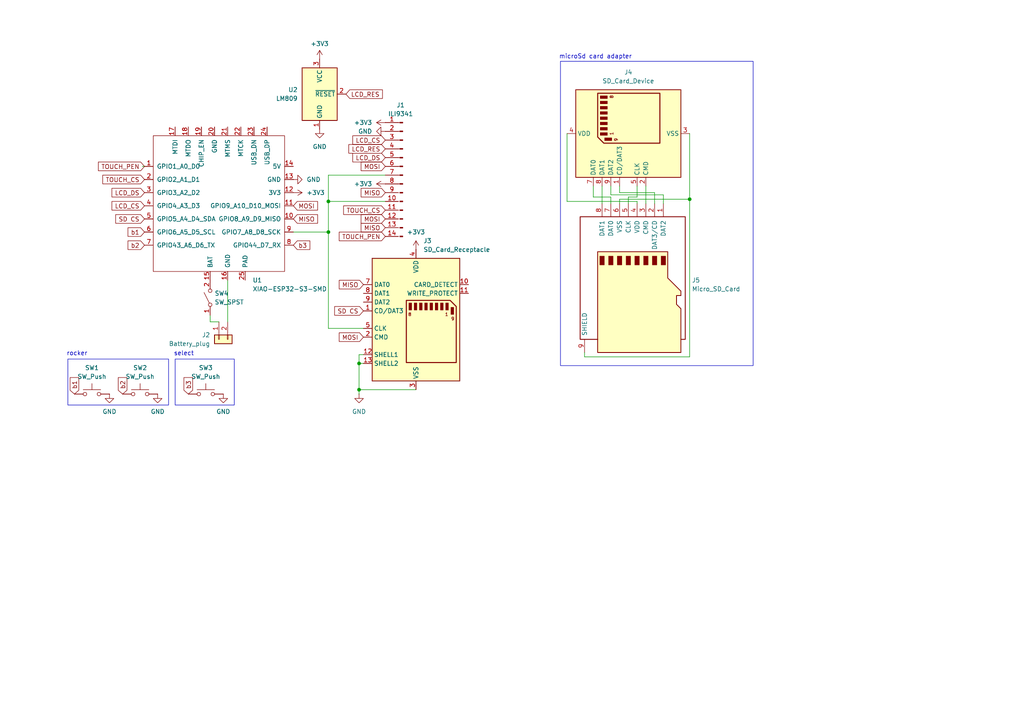
<source format=kicad_sch>
(kicad_sch (version 20250114) (generator "eeschema") (generator_version "9.0")
  (paper "A4")
  (lib_symbols
    (symbol "Connector:Conn_01x08_Pin" (pin_names (offset 1.016) (hide yes))
      (property "Reference" "J1" (at 0.635 12.7 0))
      (property "Value" "ILI9341" (at 0.635 10.16 0))
      (symbol "Conn_01x08_Pin_1_1"
        (rectangle (start 0 -10.033) (end 0.8636 -10.287) (stroke (width 0.1524)) (fill (type outline)))
        (rectangle (start 0 -12.573) (end 0.8636 -12.827) (stroke (width 0.1524)) (fill (type outline)))
        (rectangle (start 0 -15.113) (end 0.8636 -15.367) (stroke (width 0.1524)) (fill (type outline)))
        (rectangle (start 0 -17.653) (end 0.8636 -17.907) (stroke (width 0.1524)) (fill (type outline)))
        (rectangle (start 0 -20.193) (end 0.8636 -20.447) (stroke (width 0.1524)) (fill (type outline)))
        (rectangle (start 0 -22.733) (end 0.8636 -22.987) (stroke (width 0.1524)) (fill (type outline)))
        (rectangle (start 0 -25.273) (end 0.8636 -25.527) (stroke (width 0.1524)) (fill (type outline)))
        (rectangle (start 0.8636 7.747) (end 0 7.493) (stroke (width 0.1524)) (fill (type outline)))
        (rectangle (start 0.8636 5.207) (end 0 4.953) (stroke (width 0.1524)) (fill (type outline)))
        (rectangle (start 0.8636 2.667) (end 0 2.413) (stroke (width 0.1524)) (fill (type outline)))
        (rectangle (start 0.8636 0.127) (end 0 -0.127) (stroke (width 0.1524)) (fill (type outline)))
        (rectangle (start 0.8636 -2.413) (end 0 -2.667) (stroke (width 0.1524)) (fill (type outline)))
        (rectangle (start 0.8636 -4.953) (end 0 -5.207) (stroke (width 0.1524)) (fill (type outline)))
        (rectangle (start 0.8636 -7.493) (end 0 -7.747) (stroke (width 0.1524)) (fill (type outline)))
        (polyline (pts (xy 1.27 7.62) (xy 0.8636 7.62)) (stroke (width 0.1524)))
        (polyline (pts (xy 1.27 5.08) (xy 0.8636 5.08)) (stroke (width 0.1524)))
        (polyline (pts (xy 1.27 2.54) (xy 0.8636 2.54)) (stroke (width 0.1524)))
        (polyline (pts (xy 1.27 0) (xy 0.8636 0)) (stroke (width 0.1524)))
        (polyline (pts (xy 1.27 -2.54) (xy 0.8636 -2.54)) (stroke (width 0.1524)))
        (polyline (pts (xy 1.27 -5.08) (xy 0.8636 -5.08)) (stroke (width 0.1524)))
        (polyline (pts (xy 1.27 -7.62) (xy 0.8636 -7.62)) (stroke (width 0.1524)))
        (polyline (pts (xy 1.27 -10.16) (xy 0.8636 -10.16)) (stroke (width 0.1524)))
        (pin passive line (at 5.08 7.62 180) (length 3.81) (name "VCC") (number "1"))
        (pin power_in line (at 5.08 5.08 180) (length 3.81) (name "GND") (number "2"))
        (pin passive line (at 5.08 2.54 180) (length 3.81) (name "CS") (number "3"))
        (pin passive line (at 5.08 0 180) (length 3.81) (name "RESET") (number "4"))
        (pin passive line (at 5.08 -2.54 180) (length 3.81) (name "DC/RS") (number "5"))
        (pin passive line (at 5.08 -5.08 180) (length 3.81) (name "MOSI") (number "6"))
        (pin passive line (at 5.08 -7.62 180) (length 3.81) (name "SCK") (number "7"))
        (pin passive line (at 5.08 -10.16 180) (length 3.81) (name "LED") (number "8"))
        (pin passive line (at 5.08 -12.7 180) (length 3.81) (name "MISO") (number "9"))
        (pin passive line (at 5.08 -15.24 180) (length 3.81) (name "CLK") (number "10"))
        (pin passive line (at 5.08 -17.78 180) (length 3.81) (name "T_CS") (number "11"))
        (pin passive line (at 5.08 -20.32 180) (length 3.81) (name "T_DIN") (number "12"))
        (pin passive line (at 5.08 -22.86 180) (length 3.81) (name "T_DO") (number "13"))
        (pin passive line (at 5.08 -25.4 180) (length 3.81) (name "T_IRQ") (number "14"))
      )
    )
    (symbol "Connector:Micro_SD_Card" (pin_names (offset 1.016))
      (property "Reference" "J" (at -16.51 15.24 0))
      (property "Value" "Micro_SD_Card" (at 16.51 15.24 0))
      (symbol "Micro_SD_Card_0_1"
        (polyline (pts (xy -8.89 -11.43) (xy -8.89 8.89) (xy -1.27 8.89) (xy 2.54 12.7) (xy 3.81 12.7) (xy 3.81 11.43) (xy 6.35 11.43) (xy 7.62 12.7) (xy 20.32 12.7) (xy 20.32 -11.43) (xy -8.89 -11.43)) (stroke (width 0.254)) (fill (type background)))
        (rectangle (start -7.62 8.255) (end -5.08 6.985) (fill (type outline)))
        (rectangle (start -7.62 5.715) (end -5.08 4.445) (fill (type outline)))
        (rectangle (start -7.62 3.175) (end -5.08 1.905) (fill (type outline)))
        (rectangle (start -7.62 0.635) (end -5.08 -0.635) (fill (type outline)))
        (rectangle (start -7.62 -1.905) (end -5.08 -3.175) (fill (type outline)))
        (rectangle (start -7.62 -4.445) (end -5.08 -5.715) (fill (type outline)))
        (rectangle (start -7.62 -6.985) (end -5.08 -8.255) (fill (type outline)))
        (rectangle (start -7.62 -9.525) (end -5.08 -10.795) (fill (type outline)))
        (polyline (pts (xy 16.51 12.7) (xy 16.51 13.97) (xy -19.05 13.97) (xy -19.05 -16.51) (xy 16.51 -16.51) (xy 16.51 -11.43)) (stroke (width 0.254)))
      )
      (symbol "Micro_SD_Card_1_1"
        (pin bidirectional line (at -22.86 7.62 0) (length 3.81) (name "DAT2") (number "1"))
        (pin bidirectional line (at -22.86 5.08 0) (length 3.81) (name "DAT3/CD") (number "2"))
        (pin input line (at -22.86 2.54 0) (length 3.81) (name "CMD") (number "3"))
        (pin power_in line (at -22.86 0 0) (length 3.81) (name "VDD") (number "4"))
        (pin input line (at -22.86 -2.54 0) (length 3.81) (name "CLK") (number "5"))
        (pin power_in line (at -22.86 -5.08 0) (length 3.81) (name "VSS") (number "6"))
        (pin bidirectional line (at -22.86 -7.62 0) (length 3.81) (name "DAT0") (number "7"))
        (pin bidirectional line (at -22.86 -10.16 0) (length 3.81) (name "DAT1") (number "8"))
        (pin passive line (at 20.32 -15.24 180) (length 3.81) (name "SHIELD") (number "9"))
      )
    )
    (symbol "Connector:SD_Card_Device"
      (property "Reference" "J" (at -11.938 17.018 0))
      (property "Value" "SD_Card_Device" (at 9.144 -17.272 0))
      (symbol "SD_Card_Device_0_1"
        (rectangle (start -2.032 6.858) (end -1.27 4.826) (fill (type outline)))
        (rectangle (start -0.508 8.128) (end 0.254 6.096) (fill (type outline)))
        (rectangle (start 1.016 8.128) (end 1.778 6.096) (fill (type outline)))
        (rectangle (start 2.54 8.128) (end 3.302 6.096) (fill (type outline)))
        (rectangle (start 4.064 8.128) (end 4.826 6.096) (fill (type outline)))
        (rectangle (start 5.588 8.128) (end 6.35 6.096) (fill (type outline)))
        (rectangle (start 7.112 8.128) (end 7.874 6.096) (fill (type outline)))
        (rectangle (start 8.636 8.128) (end 9.398 6.096) (fill (type outline)))
        (rectangle (start 10.16 8.128) (end 10.922 6.096) (fill (type outline)))
      )
      (symbol "SD_Card_Device_1_1"
        (rectangle (start -12.7 15.24) (end 12.7 -15.24) (stroke (width 0.254)) (fill (type background)))
        (polyline (pts (xy -1.016 8.89) (xy 11.684 8.89) (xy 11.684 -9.144) (xy -2.794 -9.144) (xy -2.794 7.112) (xy -1.016 8.89)) (stroke (width 0.3)))
        (text "9" (at -1.778 3.556 0) (effects (font (size 0.9 0.9))))
        (text "1" (at 0 4.826 0) (effects (font (size 0.9 0.9))))
        (text "8" (at 10.668 4.826 0) (effects (font (size 0.9 0.9))))
        (pin bidirectional line (at -15.24 10.16 0) (length 2.54) (name "DAT0") (number "7"))
        (pin bidirectional line (at -15.24 7.62 0) (length 2.54) (name "DAT1") (number "8"))
        (pin bidirectional line (at -15.24 5.08 0) (length 2.54) (name "DAT2") (number "9"))
        (pin bidirectional line (at -15.24 2.54 0) (length 2.54) (name "CD/DAT3") (number "1"))
        (pin input line (at -15.24 -2.54 0) (length 2.54) (name "CLK") (number "5"))
        (pin bidirectional line (at -15.24 -5.08 0) (length 2.54) (name "CMD") (number "2"))
        (pin power_in line (at 0 17.78 270) (length 2.54) (name "VDD") (number "4"))
        (pin power_in line (at 0 -17.78 90) (length 2.54) (name "VSS") (number "3"))
        (pin passive line (at 0 -17.78 90) (length 2.54) (hide yes) (name "VSS") (number "6"))
      )
    )
    (symbol "Connector:SD_Card_Receptacle"
      (property "Reference" "J" (at -11.938 19.304 0))
      (property "Value" "SD_Card_Receptacle" (at 10.922 -19.558 0))
      (symbol "SD_Card_Receptacle_0_1"
        (rectangle (start -2.032 2.794) (end -1.27 4.826) (fill (type outline)))
        (rectangle (start -0.508 2.794) (end 0.254 4.826) (fill (type outline)))
        (rectangle (start 1.016 2.794) (end 1.778 4.826) (fill (type outline)))
        (rectangle (start 2.54 2.794) (end 3.302 4.826) (fill (type outline)))
        (rectangle (start 4.064 2.794) (end 4.826 4.826) (fill (type outline)))
        (rectangle (start 5.588 2.794) (end 6.35 4.826) (fill (type outline)))
        (rectangle (start 7.112 2.794) (end 7.874 4.826) (fill (type outline)))
        (rectangle (start 8.636 2.794) (end 9.398 4.826) (fill (type outline)))
        (rectangle (start 10.16 1.524) (end 10.922 3.556) (fill (type outline)))
      )
      (symbol "SD_Card_Receptacle_1_1"
        (rectangle (start -12.7 17.78) (end 12.7 -17.78) (stroke (width 0.254)) (fill (type background)))
        (polyline (pts (xy 9.906 5.588) (xy -2.794 5.588) (xy -2.794 -12.446) (xy 11.684 -12.446) (xy 11.684 3.81) (xy 9.906 5.588)) (stroke (width 0.3)))
        (text "8" (at -1.778 1.524 0) (effects (font (size 0.9 0.9))))
        (text "1" (at 8.89 1.524 0) (effects (font (size 0.9 0.9))))
        (text "9" (at 10.668 0.254 0) (effects (font (size 0.9 0.9))))
        (pin bidirectional line (at -15.24 10.16 0) (length 2.54) (name "DAT0") (number "7"))
        (pin bidirectional line (at -15.24 7.62 0) (length 2.54) (name "DAT1") (number "8"))
        (pin bidirectional line (at -15.24 5.08 0) (length 2.54) (name "DAT2") (number "9"))
        (pin bidirectional line (at -15.24 2.54 0) (length 2.54) (name "CD/DAT3") (number "1"))
        (pin input line (at -15.24 -2.54 0) (length 2.54) (name "CLK") (number "5"))
        (pin bidirectional line (at -15.24 -5.08 0) (length 2.54) (name "CMD") (number "2"))
        (pin passive line (at -15.24 -10.16 0) (length 2.54) (name "SHELL1") (number "12"))
        (pin passive line (at -15.24 -12.7 0) (length 2.54) (name "SHELL2") (number "13"))
        (pin power_in line (at 0 20.32 270) (length 2.54) (name "VDD") (number "4"))
        (pin power_in line (at 0 -20.32 90) (length 2.54) (name "VSS") (number "3"))
        (pin passive line (at 0 -20.32 90) (length 2.54) (hide yes) (name "VSS") (number "6"))
        (pin output line (at 15.24 10.16 180) (length 2.54) (name "CARD_DETECT") (number "10"))
        (pin output line (at 15.24 7.62 180) (length 2.54) (name "WRITE_PROTECT") (number "11"))
      )
    )
    (symbol "Connector_Generic:Conn_01x02" (pin_names (offset 1.016) (hide yes))
      (property "Reference" "J" (at 0 2.54 0))
      (property "Value" "Conn_01x02" (at 0 -5.08 0))
      (symbol "Conn_01x02_1_1"
        (rectangle (start -1.27 1.27) (end 1.27 -3.81) (stroke (width 0.254)) (fill (type background)))
        (rectangle (start -1.27 0.127) (end 0 -0.127) (stroke (width 0.1524)))
        (rectangle (start -1.27 -2.413) (end 0 -2.667) (stroke (width 0.1524)))
        (pin passive line (at -5.08 0 0) (length 3.81) (name "Pin_1") (number "1"))
        (pin passive line (at -5.08 -2.54 0) (length 3.81) (name "Pin_2") (number "2"))
      )
    )
    (symbol "Power_Supervisor:LM809"
      (property "Reference" "U" (at 2.54 12.7 0))
      (property "Value" "LM809" (at 5.08 10.16 0))
      (symbol "LM809_0_1"
        (rectangle (start 5.08 7.62) (end -5.08 -7.62) (stroke (width 0.254)) (fill (type background)))
      )
      (symbol "LM809_1_1"
        (pin power_in line (at 0 10.16 270) (length 2.54) (name "VCC") (number "3"))
        (pin power_in line (at 0 -10.16 90) (length 2.54) (name "GND") (number "1"))
        (pin output line (at 7.62 0 180) (length 2.54) (name "~{RESET}") (number "2"))
      )
    )
    (symbol "Seeed_Studio_XIAO_Series:XIAO-ESP32-S3-SMD" (pin_names (offset 1.016))
      (property "Reference" "U" (at -18.542 23.114 0))
      (property "Value" "XIAO-ESP32-S3-SMD" (at -8.382 21.336 0))
      (symbol "XIAO-ESP32-S3-SMD_0_1"
        (rectangle (start 19.05 -19.05) (end -19.05 20.32))
      )
      (symbol "XIAO-ESP32-S3-SMD_1_1"
        (pin passive line (at -21.59 11.43 0) (length 2.54) (name "GPIO1_A0_D0") (number "1"))
        (pin passive line (at -21.59 7.62 0) (length 2.54) (name "GPIO2_A1_D1") (number "2"))
        (pin passive line (at -21.59 3.81 0) (length 2.54) (name "GPIO3_A2_D2") (number "3"))
        (pin passive line (at -21.59 0 0) (length 2.54) (name "GPIO4_A3_D3") (number "4"))
        (pin passive line (at -21.59 -3.81 0) (length 2.54) (name "GPIO5_A4_D4_SDA") (number "5"))
        (pin passive line (at -21.59 -7.62 0) (length 2.54) (name "GPIO6_A5_D5_SCL") (number "6"))
        (pin passive line (at -21.59 -11.43 0) (length 2.54) (name "GPIO43_A6_D6_TX") (number "7"))
        (pin passive line (at -12.7 22.86 270) (length 2.54) (name "MTDI") (number "17"))
        (pin passive line (at -8.89 22.86 270) (length 2.54) (name "MTDO") (number "18"))
        (pin passive line (at -5.08 22.86 270) (length 2.54) (name "CHIP_EN") (number "19"))
        (pin passive line (at -2.54 -21.59 90) (length 2.54) (name "BAT") (number "15"))
        (pin passive line (at -1.27 22.86 270) (length 2.54) (name "GND") (number "20"))
        (pin passive line (at 2.54 22.86 270) (length 2.54) (name "MTMS") (number "21"))
        (pin passive line (at 2.54 -21.59 90) (length 2.54) (name "GND") (number "16"))
        (pin passive line (at 6.35 22.86 270) (length 2.54) (name "MTCK") (number "22"))
        (pin passive line (at 7.62 -21.59 90) (length 2.54) (name "PAD") (number "25"))
        (pin passive line (at 10.16 22.86 270) (length 2.54) (name "USB_DN") (number "23"))
        (pin passive line (at 13.97 22.86 270) (length 2.54) (name "USB_DP") (number "24"))
        (pin passive line (at 21.59 11.43 180) (length 2.54) (name "5V") (number "14"))
        (pin passive line (at 21.59 7.62 180) (length 2.54) (name "GND") (number "13"))
        (pin passive line (at 21.59 3.81 180) (length 2.54) (name "3V3") (number "12"))
        (pin passive line (at 21.59 0 180) (length 2.54) (name "GPIO9_A10_D10_MOSI") (number "11"))
        (pin passive line (at 21.59 -3.81 180) (length 2.54) (name "GPIO8_A9_D9_MISO") (number "10"))
        (pin passive line (at 21.59 -7.62 180) (length 2.54) (name "GPIO7_A8_D8_SCK") (number "9"))
        (pin passive line (at 21.59 -11.43 180) (length 2.54) (name "GPIO44_D7_RX") (number "8"))
      )
    )
    (symbol "Switch:SW_Push" (pin_numbers (hide yes)) (pin_names (offset 1.016) (hide yes))
      (property "Reference" "SW" (at 1.27 2.54 0))
      (property "Value" "SW_Push" (at 0 -1.524 0))
      (symbol "SW_Push_0_1"
        (circle (center -2.032 0) (radius 0.508))
        (polyline (pts (xy 0 1.27) (xy 0 3.048)))
        (circle (center 2.032 0) (radius 0.508))
        (polyline (pts (xy 2.54 1.27) (xy -2.54 1.27)))
        (pin passive line (at -5.08 0 0) (length 2.54) (name "1") (number "1"))
        (pin passive line (at 5.08 0 180) (length 2.54) (name "2") (number "2"))
      )
    )
    (symbol "Switch:SW_SPST" (pin_names (offset 0) (hide yes))
      (property "Reference" "SW" (at 0 3.175 0))
      (property "Value" "SW_SPST" (at 0 -2.54 0))
      (symbol "SW_SPST_0_0"
        (circle (center -2.032 0) (radius 0.508))
        (polyline (pts (xy -1.524 0.254) (xy 1.524 1.778)))
        (circle (center 2.032 0) (radius 0.508))
      )
      (symbol "SW_SPST_1_1"
        (pin passive line (at -5.08 0 0) (length 2.54) (name "A") (number "1"))
        (pin passive line (at 5.08 0 180) (length 2.54) (name "B") (number "2"))
      )
    )
    (symbol "power:+3V3" (power) (pin_numbers (hide yes)) (pin_names (offset 0) (hide yes))
      (property "Value" "+3V3" (at 0 3.556 0))
      (symbol "+3V3_0_1"
        (polyline (pts (xy -0.762 1.27) (xy 0 2.54)))
        (polyline (pts (xy 0 2.54) (xy 0.762 1.27)))
        (polyline (pts (xy 0 0) (xy 0 2.54)))
      )
      (symbol "+3V3_1_1"
        (pin power_in line (at 0 0 90) (length 0) (name "~") (number "1"))
      )
    )
    (symbol "power:GND" (power) (pin_numbers (hide yes)) (pin_names (offset 0) (hide yes))
      (property "Value" "GND" (at 0 -3.81 0))
      (symbol "GND_0_1"
        (polyline (pts (xy 0 0) (xy 0 -1.27) (xy 1.27 -1.27) (xy 0 -2.54) (xy -1.27 -1.27) (xy 0 -1.27)))
      )
      (symbol "GND_1_1"
        (pin power_in line (at 0 0 270) (length 0) (name "~") (number "1"))
      )
    )
  )
  (rectangle (start 162.56 17.78) (end 218.44 106.045))
  (rectangle (start 19.685 104.14) (end 48.895 117.475))
  (rectangle (start 50.8 104.14) (end 67.945 117.475))
  (text "microSd card adapter" (at 172.72 16.51 0) (effects (font (size 1.27 1.27))))
  (text "rocker" (at 22.352 102.616 0) (effects (font (size 1.27 1.27))))
  (text "select\n" (at 53.34 102.616 0) (effects (font (size 1.27 1.27))))
  (junction (at 200.025 57.785))
  (junction (at 95.25 58.42))
  (junction (at 104.14 113.03))
  (junction (at 95.25 67.31))
  (junction (at 104.14 105.41))
  (wire (pts (xy 184.785 53.975) (xy 184.785 57.15)))
  (wire (pts (xy 192.405 56.515) (xy 177.165 56.515)))
  (wire (pts (xy 104.14 102.87) (xy 104.14 105.41)))
  (wire (pts (xy 179.705 55.88) (xy 189.865 55.88)))
  (wire (pts (xy 164.465 58.42) (xy 164.465 38.735)))
  (wire (pts (xy 95.25 67.31) (xy 95.25 95.25)))
  (wire (pts (xy 182.245 57.15) (xy 182.245 59.055)))
  (wire (pts (xy 95.25 50.8) (xy 95.25 58.42)))
  (wire (pts (xy 41.275 48.26) (xy 41.91 48.26)))
  (wire (pts (xy 104.14 113.03) (xy 120.65 113.03)))
  (wire (pts (xy 169.545 103.505) (xy 169.545 102.235)))
  (wire (pts (xy 189.865 55.88) (xy 189.865 59.055)))
  (wire (pts (xy 104.14 105.41) (xy 105.41 105.41)))
  (wire (pts (xy 200.025 57.785) (xy 200.025 38.735)))
  (wire (pts (xy 95.25 50.8) (xy 111.76 50.8)))
  (wire (pts (xy 179.705 57.785) (xy 200.025 57.785)))
  (wire (pts (xy 177.165 57.15) (xy 172.085 57.15)))
  (wire (pts (xy 66.04 81.28) (xy 66.04 93.345)))
  (wire (pts (xy 177.165 59.055) (xy 177.165 57.15)))
  (wire (pts (xy 95.25 58.42) (xy 95.25 67.31)))
  (wire (pts (xy 179.705 53.975) (xy 179.705 55.88)))
  (wire (pts (xy 85.09 67.31) (xy 95.25 67.31)))
  (wire (pts (xy 174.625 53.975) (xy 174.625 59.055)))
  (wire (pts (xy 184.785 58.42) (xy 164.465 58.42)))
  (wire (pts (xy 60.96 93.345) (xy 63.5 93.345)))
  (wire (pts (xy 184.785 59.055) (xy 184.785 58.42)))
  (wire (pts (xy 187.325 53.975) (xy 187.325 59.055)))
  (wire (pts (xy 172.085 57.15) (xy 172.085 53.975)))
  (wire (pts (xy 60.96 91.44) (xy 60.96 93.345)))
  (wire (pts (xy 192.405 59.055) (xy 192.405 56.515)))
  (wire (pts (xy 104.14 102.87) (xy 105.41 102.87)))
  (wire (pts (xy 95.25 58.42) (xy 111.76 58.42)))
  (wire (pts (xy 179.705 59.055) (xy 179.705 57.785)))
  (wire (pts (xy 177.165 56.515) (xy 177.165 53.975)))
  (wire (pts (xy 95.25 95.25) (xy 105.41 95.25)))
  (wire (pts (xy 184.785 57.15) (xy 182.245 57.15)))
  (wire (pts (xy 200.025 103.505) (xy 169.545 103.505)))
  (wire (pts (xy 104.14 114.3) (xy 104.14 113.03)))
  (wire (pts (xy 104.14 105.41) (xy 104.14 113.03)))
  (wire (pts (xy 200.025 57.785) (xy 200.025 103.505)))
  (global_label "LCD_CS" (shape input) (at 41.91 59.69 180) (property "Intersheetrefs" "${INTERSHEET_REFS}" (effects (hide yes))))
  (global_label "MOSI" (shape input) (at 111.76 63.5 180) (property "Intersheetrefs" "${INTERSHEET_REFS}" (effects (hide yes))))
  (global_label "TOUCH_CS" (shape input) (at 111.76 60.96 180) (property "Intersheetrefs" "${INTERSHEET_REFS}" (effects (hide yes))))
  (global_label "TOUCH_PEN" (shape input) (at 41.91 48.26 180) (property "Intersheetrefs" "${INTERSHEET_REFS}" (effects (hide yes))))
  (global_label "MISO" (shape input) (at 111.76 55.88 180) (property "Intersheetrefs" "${INTERSHEET_REFS}" (effects (hide yes))))
  (global_label "MOSI" (shape input) (at 111.76 48.26 180) (property "Intersheetrefs" "${INTERSHEET_REFS}" (effects (hide yes))))
  (global_label "LCD_DS" (shape input) (at 41.91 55.88 180) (property "Intersheetrefs" "${INTERSHEET_REFS}" (effects (hide yes))))
  (global_label "TOUCH_PEN" (shape input) (at 111.76 68.58 180) (property "Intersheetrefs" "${INTERSHEET_REFS}" (effects (hide yes))))
  (global_label "MISO" (shape input) (at 85.09 63.5 0) (property "Intersheetrefs" "${INTERSHEET_REFS}" (effects (hide yes))))
  (global_label "SD CS" (shape input) (at 105.41 90.17 180) (property "Intersheetrefs" "${INTERSHEET_REFS}" (effects (hide yes))))
  (global_label "MISO" (shape input) (at 111.76 66.04 180) (property "Intersheetrefs" "${INTERSHEET_REFS}" (effects (hide yes))))
  (global_label "SD CS" (shape input) (at 41.91 63.5 180) (property "Intersheetrefs" "${INTERSHEET_REFS}" (effects (hide yes))))
  (global_label "MOSI" (shape input) (at 105.41 97.79 180) (property "Intersheetrefs" "${INTERSHEET_REFS}" (effects (hide yes))))
  (global_label "b3" (shape input) (at 54.61 114.3 90) (property "Intersheetrefs" "${INTERSHEET_REFS}" (effects (hide yes))))
  (global_label "LCD_RES" (shape input) (at 100.33 27.305 0) (property "Intersheetrefs" "${INTERSHEET_REFS}" (effects (hide yes))))
  (global_label "b2" (shape input) (at 35.56 114.3 90) (property "Intersheetrefs" "${INTERSHEET_REFS}" (effects (hide yes))))
  (global_label "TOUCH_CS" (shape input) (at 41.91 52.07 180) (property "Intersheetrefs" "${INTERSHEET_REFS}" (effects (hide yes))))
  (global_label "LCD_DS" (shape input) (at 111.76 45.72 180) (property "Intersheetrefs" "${INTERSHEET_REFS}" (effects (hide yes))))
  (global_label "MISO" (shape input) (at 105.41 82.55 180) (property "Intersheetrefs" "${INTERSHEET_REFS}" (effects (hide yes))))
  (global_label "MOSI" (shape input) (at 85.09 59.69 0) (property "Intersheetrefs" "${INTERSHEET_REFS}" (effects (hide yes))))
  (global_label "b1" (shape input) (at 21.59 114.3 90) (property "Intersheetrefs" "${INTERSHEET_REFS}" (effects (hide yes))))
  (global_label "b3" (shape input) (at 85.09 71.12 0) (property "Intersheetrefs" "${INTERSHEET_REFS}" (effects (hide yes))))
  (global_label "b2" (shape input) (at 41.91 71.12 180) (property "Intersheetrefs" "${INTERSHEET_REFS}" (effects (hide yes))))
  (global_label "b1" (shape input) (at 41.91 67.31 180) (property "Intersheetrefs" "${INTERSHEET_REFS}" (effects (hide yes))))
  (global_label "LCD_RES" (shape input) (at 111.76 43.18 180) (property "Intersheetrefs" "${INTERSHEET_REFS}" (effects (hide yes))))
  (global_label "LCD_CS" (shape input) (at 111.76 40.64 180) (property "Intersheetrefs" "${INTERSHEET_REFS}" (effects (hide yes))))
  (symbol (lib_id "power:GND") (at 104.14 114.3 0) (unit 1)
    (property "Reference" "#PWR06" (effects (hide yes)))
    (property "Value" "GND" (at 104.14 119.38 0))
    (property "Description" "Power symbol creates a global label with name \"GND\" , ground" (effects (hide yes)))
  )
  (symbol (lib_id "Connector_Generic:Conn_01x02") (at 63.5 98.425 90) (mirror x) (unit 1)
    (property "Reference" "J2" (at 60.96 97.1549 90) (effects (justify left)))
    (property "Value" "Battery_plug" (at 60.96 99.6949 90) (effects (justify left)))
    (property "Footprint" "Connector_JST:JST_PH_B2B-PH-SM4-TB_1x02-1MP_P2.00mm_Vertical" (effects (hide yes)))
    (property "Description" "Generic connector, single row, 01x02, script generated (kicad-library-utils/schlib/autogen/connector/)" (effects (hide yes)))
  )
  (symbol (lib_id "Switch:SW_Push") (at 26.67 114.3 0) (unit 1)
    (property "Reference" "SW1" (at 26.67 106.68 0))
    (property "Value" "SW_Push" (at 26.67 109.22 0))
    (property "Footprint" "Button_Switch_THT:SW_PUSH_6mm" (effects (hide yes)))
    (property "Description" "Push button switch, generic, two pins" (effects (hide yes)))
  )
  (symbol (lib_id "power:+3V3") (at 92.71 17.145 0) (unit 1)
    (property "Reference" "#PWR011" (effects (hide yes)))
    (property "Value" "+3V3" (at 92.71 12.7 0))
    (property "Description" "Power symbol creates a global label with name \"+3V3\"" (effects (hide yes)))
  )
  (symbol (lib_id "power:GND") (at 45.72 114.3 0) (unit 1)
    (property "Reference" "#PWR07" (effects (hide yes)))
    (property "Value" "GND" (at 45.72 119.38 0))
    (property "Description" "Power symbol creates a global label with name \"GND\" , ground" (effects (hide yes)))
  )
  (symbol (lib_id "Connector:SD_Card_Receptacle") (at 120.65 92.71 0) (unit 1)
    (property "Reference" "J3" (at 122.7933 69.85 0) (effects (justify left)))
    (property "Value" "SD_Card_Receptacle" (at 122.7933 72.39 0) (effects (justify left)))
    (property "Footprint" "Connector_Card:SD_Hirose_DM1AA_SF_PEJ82" (effects (hide yes)))
    (property "Datasheet" "http://portal.fciconnect.com/Comergent//fci/drawing/10067847.pdf" (effects (hide yes)))
    (property "Description" "SD card receptacle" (effects (hide yes)))
  )
  (symbol (lib_id "power:+3V3") (at 111.76 35.56 90) (mirror x) (unit 1)
    (property "Reference" "#PWR04" (effects (hide yes)))
    (property "Value" "+3V3" (at 107.95 35.5599 90) (effects (justify left)))
    (property "Description" "Power symbol creates a global label with name \"+3V3\"" (effects (hide yes)))
  )
  (symbol (lib_id "power:GND") (at 31.75 114.3 0) (unit 1)
    (property "Reference" "#PWR08" (effects (hide yes)))
    (property "Value" "GND" (at 31.75 119.38 0))
    (property "Description" "Power symbol creates a global label with name \"GND\" , ground" (effects (hide yes)))
  )
  (symbol (lib_id "power:+3V3") (at 111.76 53.34 90) (mirror x) (unit 1)
    (property "Reference" "#PWR012" (effects (hide yes)))
    (property "Value" "+3V3" (at 107.95 53.3399 90) (effects (justify left)))
    (property "Description" "Power symbol creates a global label with name \"+3V3\"" (effects (hide yes)))
  )
  (symbol (lib_id "Power_Supervisor:LM809") (at 92.71 27.305 0) (unit 1)
    (property "Reference" "U2" (at 86.36 26.0349 0) (effects (justify right)))
    (property "Value" "LM809" (at 86.36 28.5749 0) (effects (justify right)))
    (property "Footprint" "Package_TO_SOT_SMD:SOT-23" (effects (hide yes)))
    (property "Datasheet" "http://www.ti.com/lit/ds/symlink/lm809.pdf" (effects (hide yes)))
    (property "Description" "Microprocessor Reset (active-low) Circuit, SOT-23" (effects (hide yes)))
  )
  (symbol (lib_id "Switch:SW_Push") (at 40.64 114.3 0) (unit 1)
    (property "Reference" "SW2" (at 40.64 106.68 0))
    (property "Value" "SW_Push" (at 40.64 109.22 0))
    (property "Footprint" "Button_Switch_THT:SW_PUSH_6mm" (effects (hide yes)))
    (property "Description" "Push button switch, generic, two pins" (effects (hide yes)))
  )
  (symbol (lib_id "power:GND") (at 64.77 114.3 0) (unit 1)
    (property "Reference" "#PWR09" (effects (hide yes)))
    (property "Value" "GND" (at 64.77 119.38 0))
    (property "Description" "Power symbol creates a global label with name \"GND\" , ground" (effects (hide yes)))
  )
  (symbol (lib_id "Seeed_Studio_XIAO_Series:XIAO-ESP32-S3-SMD") (at 63.5 59.69 0) (unit 1)
    (property "Reference" "U1" (at 73.2633 81.28 0) (effects (justify left)))
    (property "Value" "XIAO-ESP32-S3-SMD" (at 73.2633 83.82 0) (effects (justify left)))
    (property "Footprint" "XAIO:XIAO-ESP32S3-SMD" (effects (hide yes)))
  )
  (symbol (lib_id "Connector:Conn_01x08_Pin") (at 116.84 43.18 0) (mirror y) (unit 1)
    (property "Reference" "J1" (at 116.205 30.48 0))
    (property "Value" "ILI9341" (at 116.205 33.02 0))
    (property "Footprint" "Connector_PinHeader_2.54mm:PinHeader_1x11_P2.54mm_Vertical" (effects (hide yes)))
    (property "Description" "Generic connector, single row, 01x08, script generated" (effects (hide yes)))
  )
  (symbol (lib_id "Switch:SW_SPST") (at 60.96 86.36 90) (unit 1)
    (property "Reference" "SW4" (at 62.23 85.0899 90) (effects (justify right)))
    (property "Value" "SW_SPST" (at 62.23 87.6299 90) (effects (justify right)))
    (property "Footprint" "Button_Switch_THT:SW_SPST_Omron_B3F-315x_Angled" (effects (hide yes)))
    (property "Description" "Single Pole Single Throw (SPST) switch" (effects (hide yes)))
  )
  (symbol (lib_id "power:GND") (at 85.09 52.07 90) (unit 1)
    (property "Reference" "#PWR01" (effects (hide yes)))
    (property "Value" "GND" (at 88.9 52.0699 90) (effects (justify right)))
    (property "Description" "Power symbol creates a global label with name \"GND\" , ground" (effects (hide yes)))
  )
  (symbol (lib_id "power:GND") (at 92.71 37.465 0) (unit 1)
    (property "Reference" "#PWR010" (effects (hide yes)))
    (property "Value" "GND" (at 92.71 42.545 0))
    (property "Description" "Power symbol creates a global label with name \"GND\" , ground" (effects (hide yes)))
  )
  (symbol (lib_id "power:+3V3") (at 120.65 72.39 0) (unit 1)
    (property "Reference" "#PWR05" (effects (hide yes)))
    (property "Value" "+3V3" (at 120.65 67.31 0))
    (property "Description" "Power symbol creates a global label with name \"+3V3\"" (effects (hide yes)))
  )
  (symbol (lib_id "power:+3V3") (at 85.09 55.88 270) (unit 1)
    (property "Reference" "#PWR03" (effects (hide yes)))
    (property "Value" "+3V3" (at 88.9 55.8799 90) (effects (justify left)))
    (property "Description" "Power symbol creates a global label with name \"+3V3\"" (effects (hide yes)))
  )
  (symbol (lib_id "Switch:SW_Push") (at 59.69 114.3 0) (unit 1)
    (property "Reference" "SW3" (at 59.69 106.68 0))
    (property "Value" "SW_Push" (at 59.69 109.22 0))
    (property "Footprint" "Button_Switch_THT:SW_PUSH_6mm" (effects (hide yes)))
    (property "Description" "Push button switch, generic, two pins" (effects (hide yes)))
  )
  (symbol (lib_id "power:GND") (at 111.76 38.1 270) (mirror x) (unit 1)
    (property "Reference" "#PWR02" (effects (hide yes)))
    (property "Value" "GND" (at 107.95 38.0999 90) (effects (justify right)))
    (property "Description" "Power symbol creates a global label with name \"GND\" , ground" (effects (hide yes)))
  )
  (symbol (lib_id "Connector:Micro_SD_Card") (at 184.785 81.915 270) (unit 1)
    (property "Reference" "J5" (at 200.66 81.2799 90) (effects (justify left)))
    (property "Value" "Micro_SD_Card" (at 200.66 83.8199 90) (effects (justify left)))
    (property "Footprint" "Connector_Card:microSD_HC_Molex_104031-0811" (effects (hide yes)))
    (property "Datasheet" "https://www.we-online.com/components/products/datasheet/693072010801.pdf" (effects (hide yes)))
    (property "Description" "Micro SD Card Socket" (effects (hide yes)))
  )
  (symbol (lib_id "Connector:SD_Card_Device") (at 182.245 38.735 90) (unit 1)
    (property "Reference" "J4" (at 182.245 20.955 90))
    (property "Value" "SD_Card_Device" (at 182.245 23.495 90))
    (property "Footprint" "Connector_Card:SD_Card_Device_16mm_SlotDepth" (effects (hide yes)))
    (property "Datasheet" "http://www.convict.lu/pdf/ProdManualSDCardv1.9.pdf" (effects (hide yes)))
    (property "Description" "SD card device/card" (effects (hide yes)))
  )
)
</source>
